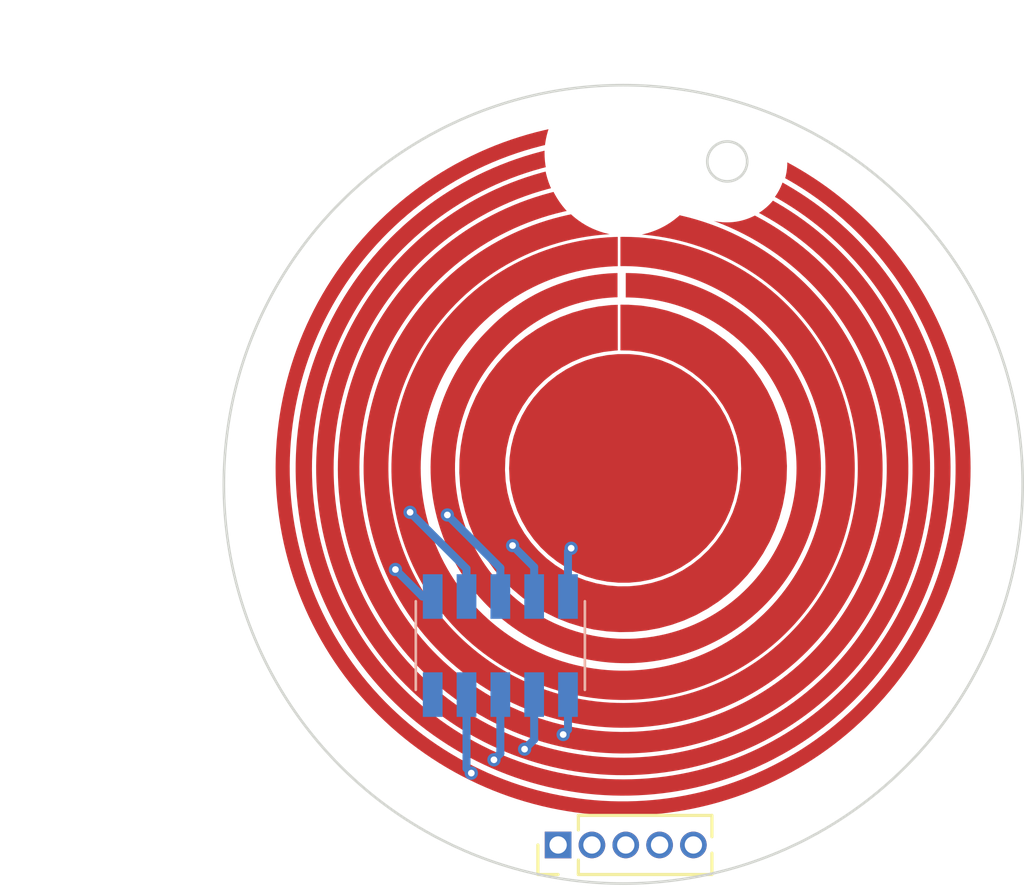
<source format=kicad_pcb>
(kicad_pcb (version 20240108) (generator "pcbnew") (generator_version "8.0")
  (layers (0 "F.Cu" signal) (31 "B.Cu" signal) (34 "B.Paste" user) (35 "F.Paste" user) (36 "B.SilkS" user "B.Silkscreen") (37 "F.SilkS" user "F.Silkscreen") (38 "B.Mask" user) (39 "F.Mask" user) (44 "Edge.Cuts" user))
  (net 0 "")
  (footprint "MountingHole:MountingHole_3mm" (layer "F.Cu") (at 38.350826 20.312861)
    (property "Reference" "REF**" (hide yes))
    (property "Value" "MountingHole_3mm" (hide yes))
    (pad "" np_thru_hole circle (at 0 0) (size 3 3) (drill 3) (layers "*.Cu" "*.Mask"))
  )
  (footprint "Connector_PinHeader_1.27mm:PinHeader_1x05_P1.27mm_Vertical" (layer "F.Cu") (at 35.799797 46.246943 90)
    (property "Reference" "J12" (hide yes))
    (property "Value" "Conn_01x05" (hide yes))
    (fp_line (start -1.11 -0.76) (end 0 -0.76) (stroke (width 0.12)) (layer "F.SilkS"))
    (fp_line (start -1.11 0) (end -1.11 -0.76) (stroke (width 0.12)) (layer "F.SilkS"))
    (fp_line (start 1.11 0.76) (end 1.11 5.775) (stroke (width 0.12)) (layer "F.SilkS"))
    (fp_line (start 0.563471 0.76) (end 1.11 0.76) (stroke (width 0.12)) (layer "F.SilkS"))
    (fp_line (start -1.11 0.76) (end -0.563471 0.76) (stroke (width 0.12)) (layer "F.SilkS"))
    (fp_line (start -1.11 0.76) (end -1.11 5.775) (stroke (width 0.12)) (layer "F.SilkS"))
    (fp_line (start 0.30753 5.775) (end 1.11 5.775) (stroke (width 0.12)) (layer "F.SilkS"))
    (fp_line (start -1.11 5.775) (end -0.30753 5.775) (stroke (width 0.12)) (layer "F.SilkS"))
    (pad "1" thru_hole rect (at 0 0 90) (size 1 1) (drill 0.65) (layers "*.Cu" "*.Mask"))
    (pad "2" thru_hole oval (at 0 1.27 90) (size 1 1) (drill 0.65) (layers "*.Cu" "*.Mask"))
    (pad "3" thru_hole oval (at 0 2.54 90) (size 1 1) (drill 0.65) (layers "*.Cu" "*.Mask"))
    (pad "4" thru_hole oval (at 0 3.81 90) (size 1 1) (drill 0.65) (layers "*.Cu" "*.Mask"))
    (pad "5" thru_hole oval (at 0 5.08 90) (size 1 1) (drill 0.65) (layers "*.Cu" "*.Mask"))
  )
  (footprint "FLE-105-01-G-DV-K-TR:FLE-105-01-X-DV-Y-TR" (layer "B.Cu") (at 33.629797 38.754443 180)
    (property "Reference" "J5" (hide yes))
    (property "Value" "Conn_01x10" (hide yes))
    (fp_line (start 3.175 -1.665) (end 3.175 1.665) (stroke (width 0.1)) (layer "B.SilkS"))
    (fp_line (start -3.175 1.665) (end -3.175 -1.665) (stroke (width 0.1)) (layer "B.SilkS"))
    (pad "1" smd rect (at -2.54 1.8425 180) (size 0.74 1.675) (layers "B.Cu" "B.Paste" "B.Mask"))
    (pad "2" smd rect (at -2.54 -1.8425 180) (size 0.74 1.675) (layers "B.Cu" "B.Paste" "B.Mask"))
    (pad "3" smd rect (at -1.27 1.8425 180) (size 0.74 1.675) (layers "B.Cu" "B.Paste" "B.Mask"))
    (pad "4" smd rect (at -1.27 -1.8425 180) (size 0.74 1.675) (layers "B.Cu" "B.Paste" "B.Mask"))
    (pad "5" smd rect (at 0 1.8425 180) (size 0.74 1.675) (layers "B.Cu" "B.Paste" "B.Mask"))
    (pad "6" smd rect (at 0 -1.8425 180) (size 0.74 1.675) (layers "B.Cu" "B.Paste" "B.Mask"))
    (pad "7" smd rect (at 1.27 1.8425 180) (size 0.74 1.675) (layers "B.Cu" "B.Paste" "B.Mask"))
    (pad "8" smd rect (at 1.27 -1.8425 180) (size 0.74 1.675) (layers "B.Cu" "B.Paste" "B.Mask"))
    (pad "9" smd rect (at 2.54 1.8425 180) (size 0.74 1.675) (layers "B.Cu" "B.Paste" "B.Mask"))
    (pad "10" smd rect (at 2.54 -1.8425 180) (size 0.74 1.675) (layers "B.Cu" "B.Paste" "B.Mask"))
  )
  (gr_poly (pts (arc (start 35.439365 19.351711) (mid 36.445003 45.022191) (end 44.406919 20.596943)) (arc (start 44.406919 20.596943) (mid 44.386859 20.897866) (end 44.327034 21.193463)) (arc (start 44.327034 21.193463) (mid 36.512783 44.491082) (end 35.306663 19.947512)) (arc (start 35.306663 19.947512) (mid 35.358151 19.646301) (end 35.439366 19.351711))) (fill solid) (layer "F.Cu"))
  (gr_poly (pts (xy 38.139797 25.945245) (xy 38.436775 25.945679) (xy 38.929175 25.981258) (xy 39.41714 26.056189) (xy 39.897529 26.16999) (xy 40.367251 26.321929) (xy 40.823284 26.511028) (xy 41.262693 26.736071) (xy 41.68265 26.995609) (xy 42.080454 27.287972) (xy 42.453545 27.611279) (xy 42.799521 27.96345) (xy 43.116158 28.342219) (xy 43.401417 28.745147) (xy 43.653462 29.169644) (xy 43.870673 29.612977) (xy 44.051651 30.072293) (xy 44.195231 30.544637) (xy 44.300491 31.026969) (xy 44.366752 31.516187) (xy 44.393588 32.009141) (xy 44.380827 32.502661) (xy 44.32855 32.993569) (xy 44.237094 33.478709) (xy 44.107048 33.954957) (xy 43.939248 34.419249) (xy 43.734774 34.868598) (xy 43.494942 35.300113) (xy 43.221295 35.711016) (xy 42.915594 36.098664) (xy 42.579806 36.460563) (xy 42.216091 36.794383) (xy 41.82679 37.097976) (xy 41.414408 37.36939) (xy 40.981599 37.606877) (xy 40.531147 37.80891) (xy 40.065951 37.974188) (xy 39.589004 38.101649) (xy 39.103376 38.190471) (xy 38.61219 38.240083) (xy 38.118609 38.250167) (xy 37.625808 38.220657) (xy 37.136957 38.151742) (xy 36.655202 38.043867) (xy 36.183644 37.897726) (xy 35.725317 37.714259) (xy 35.283169 37.494647) (xy 34.860046 37.240302) (xy 34.458671 36.952861) (xy 34.081626 36.634174) (xy 33.731337 36.286292) (xy 33.410059 35.911452) (xy 33.119858 35.512068) (xy 32.862603 35.090709) (xy 32.639947 34.650085) (xy 32.453325 34.193034) (xy 32.303937 33.722494) (xy 32.192744 33.241495) (xy 32.120461 32.753131) (xy 32.087555 32.260544) (xy 32.094236 31.766905) (xy 32.140461 31.27539) (xy 32.225933 30.789161) (xy 32.350103 30.311347) (xy 32.512171 29.845022) (xy 32.711094 29.393188) (xy 32.945592 28.958752) (xy 33.214156 28.544509) (xy 33.515059 28.153125) (xy 33.846364 27.787117) (xy 34.205939 27.448842) (xy 34.59147 27.140476) (xy 35.000478 26.864003) (xy 35.430329 26.621202) (xy 35.878258 26.413636) (xy 36.341382 26.242639) (xy 36.816723 26.109313) (xy 37.30122 26.014515) (xy 37.791757 25.958856) (xy 38.038387 25.948341) (xy 38.039797 27.664686) (xy 37.929244 27.671883) (xy 37.512276 27.721065) (xy 37.101825 27.809448) (xy 36.701569 27.93624) (xy 36.315093 28.100306) (xy 35.945859 28.300175) (xy 35.597176 28.534058) (xy 35.272166 28.799859) (xy 34.973742 29.095197) (xy 34.704577 29.417426) (xy 34.467082 29.763659) (xy 34.263385 30.130795) (xy 34.09531 30.515544) (xy 33.964364 30.914461) (xy 33.871719 31.32397) (xy 33.818205 31.740405) (xy 33.804302 32.160033) (xy 33.830135 32.579097) (xy 33.895471 32.99384) (xy 33.999726 33.400549) (xy 34.141965 33.79558) (xy 34.320915 34.175394) (xy 34.534972 34.536587) (xy 34.782218 34.875926) (xy 35.06044 35.190368) (xy 35.367143 35.477099) (xy 35.699581 35.733548) (xy 36.054775 35.957419) (xy 36.429544 36.146706) (xy 36.820531 36.299713) (xy 37.224231 36.41507) (xy 37.63703 36.491743) (xy 38.055228 36.529045) (xy 38.47508 36.526642) (xy 38.892824 36.484556) (xy 39.304718 36.403164) (xy 39.707071 36.283194) (xy 40.096281 36.125722) (xy 40.468859 35.932159) (xy 40.821468 35.704237) (xy 41.150949 35.444) (xy 41.454351 35.153778) (xy 41.728955 34.836171) (xy 41.972301 34.494026) (xy 42.182211 34.130406) (xy 42.356802 33.748569) (xy 42.494511 33.351936) (xy 42.594104 32.944061) (xy 42.654689 32.528596) (xy 42.675723 32.109265) (xy 42.657019 31.689823) (xy 42.598743 31.274028) (xy 42.501417 30.865606) (xy 42.365913 30.468214) (xy 42.193446 30.085413) (xy 41.985561 29.720633) (xy 41.744118 29.37714) (xy 41.471283 29.058013) (xy 41.169498 28.76611) (xy 40.841468 28.504047) (xy 40.49013 28.27417) (xy 40.118633 28.078539) (xy 39.730305 27.918907) (xy 39.328624 27.796704) (xy 38.917188 27.713025) (xy 38.499685 27.668619) (xy 38.139797 27.663822)) (fill solid) (layer "F.Cu"))
  (gr_poly (pts (arc (start 37.739797 23.296944) (mid 38.140092 40.910567) (end 38.938718 23.310506)) (arc (start 38.938718 23.310506) (mid 39.699675 23.04327) (end 40.363806 22.585666)) (arc (start 40.363806 22.585666) (mid 38.154082 41.842117) (end 36.283387 22.549779)) (arc (start 36.283387 22.549779) (mid 36.960462 23.023025) (end 37.739797 23.296943))) (fill solid) (layer "F.Cu"))
  (gr_poly (pts (arc (start 36.123767 22.423661) (mid 37.571236 41.976365) (end 41.639797 22.796943)) (arc (start 41.639797 22.796943) (mid 42.431187 22.834148) (end 43.186644 22.595469)) (arc (start 43.186644 22.595469) (mid 36.990834 42.73599) (end 35.627964 21.708122)) (arc (start 35.627964 21.708122) (mid 35.851424 22.082827) (end 36.123768 22.42366))) (fill solid) (layer "F.Cu"))
  (gr_poly (pts (arc (start 43.339797 22.496944) (mid 43.621051 22.28688) (end 43.86616 22.035579)) (arc (start 43.86616 22.035579) (mid 36.77575 43.531215) (end 35.330309 20.942568)) (arc (start 35.330309 20.942568) (mid 35.414694 21.261114) (end 35.532571 21.568843)) (arc (start 35.532571 21.568843) (mid 36.956567 42.891535) (end 43.339797 22.496944))) (fill solid) (layer "F.Cu"))
  (gr_poly (pts (xy 42.557402 32.096942) (xy 42.537931 31.688201) (xy 42.479695 31.283162) (xy 42.383222 30.885492) (xy 42.249384 30.498793) (xy 42.079394 30.126568) (xy 41.874792 29.772186) (xy 41.63743 29.438858) (xy 41.369458 29.129602) (xy 41.073303 28.847219) (xy 40.751647 28.594265) (xy 40.407402 28.373033) (xy 40.043687 28.185524) (xy 39.663794 28.033438) (xy 39.271165 27.918152) (xy 38.869356 27.84071) (xy 38.462004 27.801812) (xy 38.0528 27.801812) (xy 37.645448 27.84071) (xy 37.243639 27.918152) (xy 36.85101 28.033438) (xy 36.471117 28.185524) (xy 36.107402 28.373033) (xy 35.763157 28.594265) (xy 35.441501 28.847219) (xy 35.145346 29.129602) (xy 34.877374 29.438858) (xy 34.640012 29.772186) (xy 34.43541 30.126568) (xy 34.26542 30.498793) (xy 34.131582 30.885492) (xy 34.035109 31.283162) (xy 33.976873 31.688201) (xy 33.957402 32.096942) (xy 33.976873 32.505683) (xy 34.035109 32.910722) (xy 34.131582 33.308392) (xy 34.26542 33.695091) (xy 34.43541 34.067316) (xy 34.640012 34.421698) (xy 34.877374 34.755026) (xy 35.145346 35.064282) (xy 35.441501 35.346665) (xy 35.763157 35.599619) (xy 36.107402 35.820851) (xy 36.471117 36.00836) (xy 36.85101 36.160446) (xy 37.243639 36.275732) (xy 37.645448 36.353174) (xy 38.0528 36.392072) (xy 38.462004 36.392072) (xy 38.869356 36.353174) (xy 39.271165 36.275732) (xy 39.663794 36.160446) (xy 40.043687 36.00836) (xy 40.407402 35.820851) (xy 40.751647 35.599619) (xy 41.073303 35.346665) (xy 41.369458 35.064282) (xy 41.63743 34.755026) (xy 41.874792 34.421698) (xy 42.079394 34.067316) (xy 42.249384 33.695091) (xy 42.383222 33.308392) (xy 42.479695 32.910722) (xy 42.537931 32.505683) (xy 42.557402 32.096942)) (fill solid) (layer "F.Cu"))
  (gr_poly (pts (arc (start 38.039849 24.498916) (mid 38.389838 39.696115) (end 38.139797 24.496943)) (arc (start 38.139797 23.396943) (mid 38.389885 40.796217) (end 38.039837 23.398667))) (fill solid) (layer "F.Cu"))
  (gr_poly (pts (arc (start 35.335221 20.779108) (mid 36.734483 43.684171) (end 43.939797 21.896943)) (arc (start 43.939797 21.896943) (mid 44.101887 21.636271) (end 44.226477 21.355736)) (arc (start 44.226477 21.355736) (mid 36.607475 44.285021) (end 35.290501 20.158959)) (arc (start 35.290501 20.158959) (mid 35.298159 20.470094) (end 35.335221 20.779108))) (fill solid) (layer "F.Cu"))
  (gr_poly (pts (arc (start 33.156704 26.90385) (mid 41.144867 38.85898) (end 38.339797 24.756943)) (arc (start 38.339797 25.673824) (mid 40.793991 38.011892) (end 33.805037 27.552183)) (arc (start 33.805037 27.552183) (mid 35.729918 26.189385) (end 38.029797 25.666943)) (arc (start 38.029797 24.756943) (mid 35.379727 25.345737) (end 33.156704 26.90385))) (fill solid) (layer "F.Cu"))
  (gr_circle (center 38.245961 32.696943) (end 53.245961 32.696943) (stroke (width 0.1)) (fill none) (layer "Edge.Cuts"))
  (gr_circle (center 42.150826 20.562861) (end 42.900826 20.562861) (stroke (width 0.1)) (fill none) (layer "Edge.Cuts"))
  (via (at 32.539798 43.546944) (size 0.5) (drill 0.25) (layers "F.Cu" "B.Cu") (net 0))
  (via (at 29.689797 35.896943) (size 0.5) (drill 0.25) (layers "F.Cu" "B.Cu") (net 0))
  (via (at 36.289797 35.096943) (size 0.5) (drill 0.25) (layers "F.Cu" "B.Cu") (net 0))
  (via (at 35.989797 42.096943) (size 0.5) (drill 0.25) (layers "F.Cu" "B.Cu") (net 0))
  (via (at 31.639797 33.846943) (size 0.5) (drill 0.25) (layers "F.Cu" "B.Cu") (net 0))
  (via (at 34.539797 42.646943) (size 0.5) (drill 0.25) (layers "F.Cu" "B.Cu") (net 0))
  (via (at 33.389797 43.046943) (size 0.5) (drill 0.25) (layers "F.Cu" "B.Cu") (net 0))
  (via (at 30.239797 33.746943) (size 0.5) (drill 0.25) (layers "F.Cu" "B.Cu") (net 0))
  (via (at 34.089797 34.996943) (size 0.5) (drill 0.25) (layers "F.Cu" "B.Cu") (net 0))
  (segment (start 34.899797 35.806943) (end 34.089797 34.996943) (width 0.3) (layer "B.Cu") (net 0))
  (segment (start 33.629797 40.596943) (end 33.629797 42.806943) (width 0.3) (layer "B.Cu") (net 0))
  (segment (start 36.169797 40.596943) (end 36.169797 41.916943) (width 0.3) (layer "B.Cu") (net 0))
  (segment (start 32.359797 36.911943) (end 32.359797 35.866943) (width 0.3) (layer "B.Cu") (net 0))
  (segment (start 32.359797 35.866943) (end 30.239797 33.746943) (width 0.3) (layer "B.Cu") (net 0))
  (segment (start 31.089797 36.911943) (end 30.704797 36.911943) (width 0.3) (layer "B.Cu") (net 0))
  (segment (start 32.359797 40.596943) (end 32.359797 43.366943) (width 0.3) (layer "B.Cu") (net 0))
  (segment (start 32.359797 43.366943) (end 32.539797 43.546943) (width 0.3) (layer "B.Cu") (net 0))
  (segment (start 30.704797 36.911943) (end 29.689797 35.896943) (width 0.3) (layer "B.Cu") (net 0))
  (segment (start 33.629797 35.836943) (end 31.639797 33.846943) (width 0.3) (layer "B.Cu") (net 0))
  (segment (start 33.629797 42.806943) (end 33.389797 43.046943) (width 0.3) (layer "B.Cu") (net 0))
  (segment (start 34.899797 36.911943) (end 34.899797 35.806943) (width 0.3) (layer "B.Cu") (net 0))
  (segment (start 33.629797 36.911943) (end 33.629797 37.549443) (width 0.3) (layer "B.Cu") (net 0))
  (segment (start 36.169797 35.216943) (end 36.289797 35.096943) (width 0.3) (layer "B.Cu") (net 0))
  (segment (start 33.629797 37.549443) (end 33.629797 35.836943) (width 0.3) (layer "B.Cu") (net 0))
  (segment (start 34.899797 42.286943) (end 34.539797 42.646943) (width 0.3) (layer "B.Cu") (net 0))
  (segment (start 36.169797 41.916943) (end 35.989797 42.096943) (width 0.3) (layer "B.Cu") (net 0))
  (segment (start 34.899797 40.596943) (end 34.899797 42.286943) (width 0.3) (layer "B.Cu") (net 0))
  (segment (start 36.169797 36.911943) (end 36.169797 35.216943) (width 0.3) (layer "B.Cu") (net 0))
)
</source>
